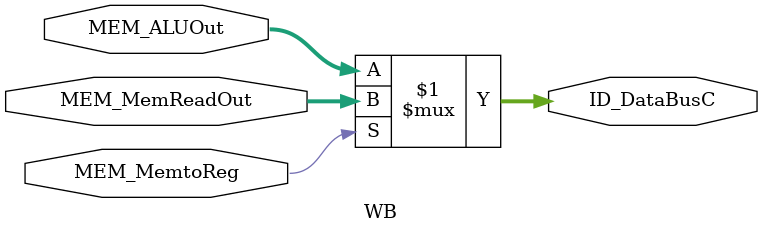
<source format=v>
module WB(MEM_ALUOut, MEM_MemReadOut, MEM_MemtoReg, ID_DataBusC);
	/*From MEM_WB register*/
	//input MEM_RegWrite;
	//input [4:0] MEM_RegDest;
	input [31:0] MEM_ALUOut;
	input [31:0] MEM_MemReadOut;
	input MEM_MemtoReg;
	/*To ID Register Files*/
	//output wire [31:0] WBForwardSrc;
	//output wire ID_RegWrEn;
	//output wire [4:0] ID_RegWBDst;
	output wire [31:0] ID_DataBusC;
	assign ID_DataBusC = ( (MEM_MemtoReg)? MEM_MemReadOut : MEM_ALUOut);
	//assign WBForwardSrc = ID_DataBusC;
	//assign ID_RegWBDst = MEM_RegDest;
	//assign ID_RegWrEn = MEM_RegWrite;
endmodule
</source>
